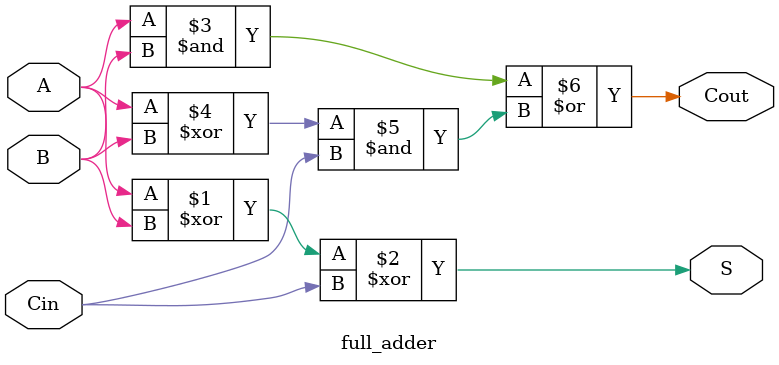
<source format=sv>
module full_adder(input A , B , Cin ,
                  output S , Cout);
  assign S = A^B^Cin ;
  assign Cout = A&B | (A^B)&Cin ;
endmodule
</source>
